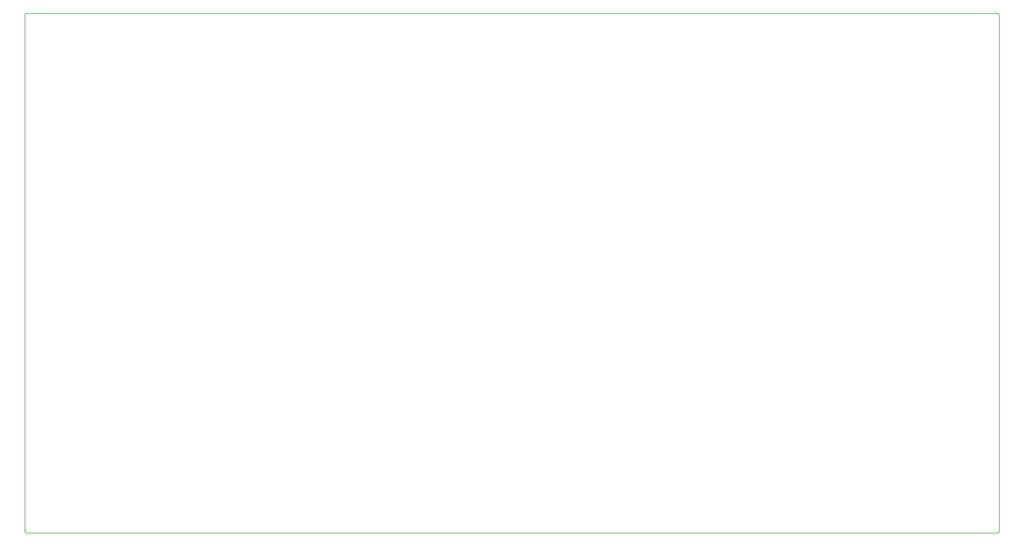
<source format=gbr>
%TF.GenerationSoftware,KiCad,Pcbnew,9.99.0-4546-gb76221958b*%
%TF.CreationDate,2025-12-26T02:09:00+05:30*%
%TF.ProjectId,universal-psu,756e6976-6572-4736-916c-2d7073752e6b,rev?*%
%TF.SameCoordinates,Original*%
%TF.FileFunction,Profile,NP*%
%FSLAX46Y46*%
G04 Gerber Fmt 4.6, Leading zero omitted, Abs format (unit mm)*
G04 Created by KiCad (PCBNEW 9.99.0-4546-gb76221958b) date 2025-12-26 02:09:00*
%MOMM*%
%LPD*%
G01*
G04 APERTURE LIST*
%TA.AperFunction,Profile*%
%ADD10C,0.050000*%
%TD*%
G04 APERTURE END LIST*
D10*
X13750000Y-16050000D02*
X13750000Y-16050000D01*
G75*
G02*
X14050000Y-15750000I300000J0D01*
G01*
X163450000Y-15750000D01*
G75*
G02*
X163750000Y-16050000I0J-300000D01*
G01*
X163750000Y-95450000D01*
G75*
G02*
X163450000Y-95750000I-300000J0D01*
G01*
X14050000Y-95750000D01*
G75*
G02*
X13750000Y-95450000I0J300000D01*
G01*
X13750000Y-16050000D01*
M02*

</source>
